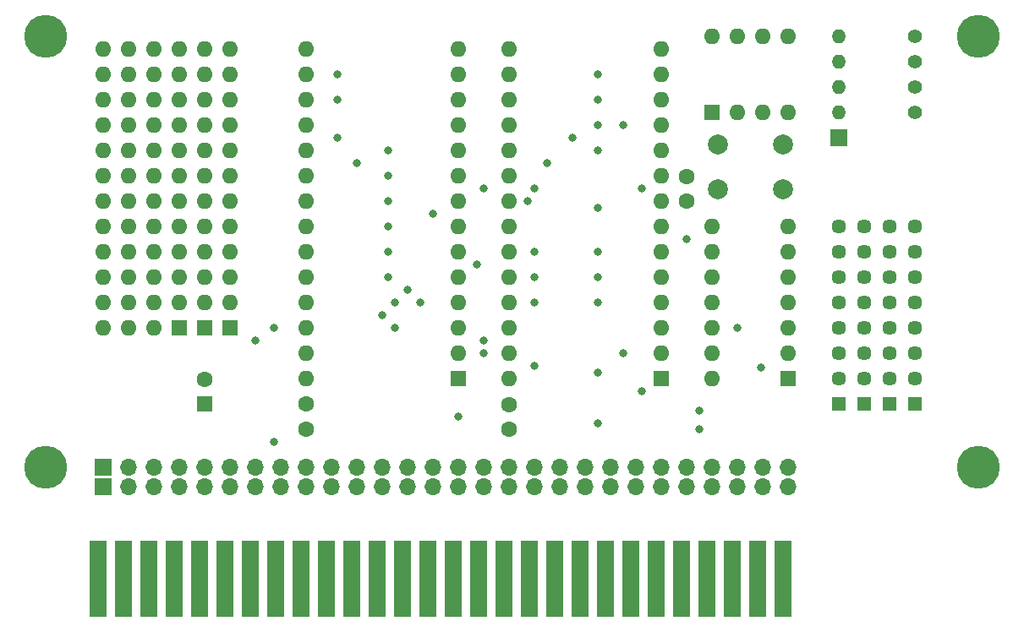
<source format=gbs>
G04 #@! TF.GenerationSoftware,KiCad,Pcbnew,(5.1.8)-1*
G04 #@! TF.CreationDate,2022-06-16T21:47:05+09:00*
G04 #@! TF.ProjectId,SORDM5C,534f5244-4d35-4432-9e6b-696361645f70,rev?*
G04 #@! TF.SameCoordinates,PX48ab840PY791ddc0*
G04 #@! TF.FileFunction,Soldermask,Bot*
G04 #@! TF.FilePolarity,Negative*
%FSLAX46Y46*%
G04 Gerber Fmt 4.6, Leading zero omitted, Abs format (unit mm)*
G04 Created by KiCad (PCBNEW (5.1.8)-1) date 2022-06-16 21:47:05*
%MOMM*%
%LPD*%
G01*
G04 APERTURE LIST*
%ADD10C,2.000000*%
%ADD11O,1.400000X1.400000*%
%ADD12C,1.400000*%
%ADD13C,4.300000*%
%ADD14C,1.600000*%
%ADD15O,1.600000X1.600000*%
%ADD16R,1.600000X1.600000*%
%ADD17C,1.450000*%
%ADD18R,1.450000X1.450000*%
%ADD19R,1.700000X1.700000*%
%ADD20O,1.700000X1.700000*%
%ADD21R,1.780000X7.620000*%
%ADD22C,0.800000*%
G04 APERTURE END LIST*
D10*
X76985000Y36195000D03*
X76985000Y31695000D03*
X70485000Y36195000D03*
X70485000Y31695000D03*
D11*
X82550000Y39370000D03*
D12*
X90170000Y39370000D03*
D11*
X82550000Y41910000D03*
D12*
X90170000Y41910000D03*
D11*
X82550000Y44450000D03*
D12*
X90170000Y44450000D03*
D11*
X82550000Y46990000D03*
D12*
X90170000Y46990000D03*
D13*
X3175000Y46990000D03*
X96520000Y46990000D03*
X3175000Y3810000D03*
D14*
X67310000Y32980000D03*
X67310000Y30480000D03*
D15*
X8890000Y17780000D03*
X16510000Y45720000D03*
X8890000Y20320000D03*
X16510000Y43180000D03*
X8890000Y22860000D03*
X16510000Y40640000D03*
X8890000Y25400000D03*
X16510000Y38100000D03*
X8890000Y27940000D03*
X16510000Y35560000D03*
X8890000Y30480000D03*
X16510000Y33020000D03*
X8890000Y33020000D03*
X16510000Y30480000D03*
X8890000Y35560000D03*
X16510000Y27940000D03*
X8890000Y38100000D03*
X16510000Y25400000D03*
X8890000Y40640000D03*
X16510000Y22860000D03*
X8890000Y43180000D03*
X16510000Y20320000D03*
X8890000Y45720000D03*
D16*
X16510000Y17780000D03*
X19050000Y17780000D03*
D15*
X11430000Y45720000D03*
X19050000Y20320000D03*
X11430000Y43180000D03*
X19050000Y22860000D03*
X11430000Y40640000D03*
X19050000Y25400000D03*
X11430000Y38100000D03*
X19050000Y27940000D03*
X11430000Y35560000D03*
X19050000Y30480000D03*
X11430000Y33020000D03*
X19050000Y33020000D03*
X11430000Y30480000D03*
X19050000Y35560000D03*
X11430000Y27940000D03*
X19050000Y38100000D03*
X11430000Y25400000D03*
X19050000Y40640000D03*
X11430000Y22860000D03*
X19050000Y43180000D03*
X11430000Y20320000D03*
X19050000Y45720000D03*
X11430000Y17780000D03*
X13970000Y17780000D03*
X21590000Y45720000D03*
X13970000Y20320000D03*
X21590000Y43180000D03*
X13970000Y22860000D03*
X21590000Y40640000D03*
X13970000Y25400000D03*
X21590000Y38100000D03*
X13970000Y27940000D03*
X21590000Y35560000D03*
X13970000Y30480000D03*
X21590000Y33020000D03*
X13970000Y33020000D03*
X21590000Y30480000D03*
X13970000Y35560000D03*
X21590000Y27940000D03*
X13970000Y38100000D03*
X21590000Y25400000D03*
X13970000Y40640000D03*
X21590000Y22860000D03*
X13970000Y43180000D03*
X21590000Y20320000D03*
X13970000Y45720000D03*
D16*
X21590000Y17780000D03*
D17*
X90170000Y27940000D03*
X90170000Y25400000D03*
X90170000Y22860000D03*
X90170000Y20320000D03*
X90170000Y17780000D03*
X90170000Y15240000D03*
X90170000Y12700000D03*
D18*
X90170000Y10160000D03*
X87630000Y10160000D03*
D17*
X87630000Y12700000D03*
X87630000Y15240000D03*
X87630000Y17780000D03*
X87630000Y20320000D03*
X87630000Y22860000D03*
X87630000Y25400000D03*
X87630000Y27940000D03*
D18*
X85090000Y10160000D03*
D17*
X85090000Y12700000D03*
X85090000Y15240000D03*
X85090000Y17780000D03*
X85090000Y20320000D03*
X85090000Y22860000D03*
X85090000Y25400000D03*
X85090000Y27940000D03*
X82550000Y27940000D03*
X82550000Y25400000D03*
X82550000Y22860000D03*
X82550000Y20320000D03*
X82550000Y17780000D03*
X82550000Y15240000D03*
X82550000Y12700000D03*
D18*
X82550000Y10160000D03*
D13*
X96520000Y3810000D03*
D19*
X82550000Y36830000D03*
D20*
X77470000Y3810000D03*
X74930000Y3810000D03*
X72390000Y3810000D03*
X69850000Y3810000D03*
X67310000Y3810000D03*
X64770000Y3810000D03*
X62230000Y3810000D03*
X59690000Y3810000D03*
X57150000Y3810000D03*
X54610000Y3810000D03*
X52070000Y3810000D03*
X49530000Y3810000D03*
X46990000Y3810000D03*
X44450000Y3810000D03*
X41910000Y3810000D03*
X39370000Y3810000D03*
X36830000Y3810000D03*
X34290000Y3810000D03*
X31750000Y3810000D03*
X29210000Y3810000D03*
X26670000Y3810000D03*
X24130000Y3810000D03*
X21590000Y3810000D03*
X19050000Y3810000D03*
X16510000Y3810000D03*
X13970000Y3810000D03*
X11430000Y3810000D03*
D19*
X8890000Y3810000D03*
D20*
X77470000Y1905000D03*
X74930000Y1905000D03*
X72390000Y1905000D03*
X69850000Y1905000D03*
X67310000Y1905000D03*
X64770000Y1905000D03*
X62230000Y1905000D03*
X59690000Y1905000D03*
X57150000Y1905000D03*
X54610000Y1905000D03*
X52070000Y1905000D03*
X49530000Y1905000D03*
X46990000Y1905000D03*
X44450000Y1905000D03*
X41910000Y1905000D03*
X39370000Y1905000D03*
X36830000Y1905000D03*
X34290000Y1905000D03*
X31750000Y1905000D03*
X29210000Y1905000D03*
X26670000Y1905000D03*
X24130000Y1905000D03*
X21590000Y1905000D03*
X19050000Y1905000D03*
X16510000Y1905000D03*
X13970000Y1905000D03*
X11430000Y1905000D03*
D19*
X8890000Y1905000D03*
D15*
X69850000Y46990000D03*
X77470000Y39370000D03*
X72390000Y46990000D03*
X74930000Y39370000D03*
X74930000Y46990000D03*
X72390000Y39370000D03*
X77470000Y46990000D03*
D16*
X69850000Y39370000D03*
D15*
X69850000Y12700000D03*
X77470000Y27940000D03*
X69850000Y15240000D03*
X77470000Y25400000D03*
X69850000Y17780000D03*
X77470000Y22860000D03*
X69850000Y20320000D03*
X77470000Y20320000D03*
X69850000Y22860000D03*
X77470000Y17780000D03*
X69850000Y25400000D03*
X77470000Y15240000D03*
X69850000Y27940000D03*
D16*
X77470000Y12700000D03*
D15*
X29210000Y12700000D03*
X44450000Y45720000D03*
X29210000Y15240000D03*
X44450000Y43180000D03*
X29210000Y17780000D03*
X44450000Y40640000D03*
X29210000Y20320000D03*
X44450000Y38100000D03*
X29210000Y22860000D03*
X44450000Y35560000D03*
X29210000Y25400000D03*
X44450000Y33020000D03*
X29210000Y27940000D03*
X44450000Y30480000D03*
X29210000Y30480000D03*
X44450000Y27940000D03*
X29210000Y33020000D03*
X44450000Y25400000D03*
X29210000Y35560000D03*
X44450000Y22860000D03*
X29210000Y38100000D03*
X44450000Y20320000D03*
X29210000Y40640000D03*
X44450000Y17780000D03*
X29210000Y43180000D03*
X44450000Y15240000D03*
X29210000Y45720000D03*
D16*
X44450000Y12700000D03*
D15*
X49530000Y12700000D03*
X64770000Y45720000D03*
X49530000Y15240000D03*
X64770000Y43180000D03*
X49530000Y17780000D03*
X64770000Y40640000D03*
X49530000Y20320000D03*
X64770000Y38100000D03*
X49530000Y22860000D03*
X64770000Y35560000D03*
X49530000Y25400000D03*
X64770000Y33020000D03*
X49530000Y27940000D03*
X64770000Y30480000D03*
X49530000Y30480000D03*
X64770000Y27940000D03*
X49530000Y33020000D03*
X64770000Y25400000D03*
X49530000Y35560000D03*
X64770000Y22860000D03*
X49530000Y38100000D03*
X64770000Y20320000D03*
X49530000Y40640000D03*
X64770000Y17780000D03*
X49530000Y43180000D03*
X64770000Y15240000D03*
X49530000Y45720000D03*
D16*
X64770000Y12700000D03*
D21*
X8382000Y-7366000D03*
X10922000Y-7366000D03*
X13462000Y-7366000D03*
X16002000Y-7366000D03*
X18542000Y-7366000D03*
X21082000Y-7366000D03*
X23622000Y-7366000D03*
X26162000Y-7366000D03*
X28702000Y-7366000D03*
X31242000Y-7366000D03*
X33782000Y-7366000D03*
X36322000Y-7366000D03*
X38862000Y-7366000D03*
X41402000Y-7366000D03*
X43942000Y-7366000D03*
X46482000Y-7366000D03*
X49022000Y-7366000D03*
X51562000Y-7366000D03*
X54102000Y-7366000D03*
X56642000Y-7366000D03*
X59182000Y-7366000D03*
X61722000Y-7366000D03*
X64262000Y-7366000D03*
X66802000Y-7366000D03*
X69342000Y-7366000D03*
X71882000Y-7366000D03*
X74422000Y-7366000D03*
X76962000Y-7366000D03*
D14*
X49530000Y7620000D03*
X49530000Y10120000D03*
X29210000Y7660000D03*
X29210000Y10160000D03*
X19050000Y12660000D03*
D16*
X19050000Y10160000D03*
D22*
X58420000Y43180000D03*
X58420000Y40640000D03*
X58420000Y38100000D03*
X58420000Y25400000D03*
X58420000Y22860000D03*
X58420000Y20320000D03*
X58420000Y13335000D03*
X58420000Y35560000D03*
X32385000Y40640000D03*
X32385000Y43180000D03*
X38100000Y20320000D03*
X37465000Y22860000D03*
X37465000Y25400000D03*
X37465000Y27940000D03*
X37465000Y30480000D03*
X37465000Y33020000D03*
X37465000Y35560000D03*
X24130000Y16510000D03*
X46990000Y16510000D03*
X52070000Y25400000D03*
X52070000Y22860000D03*
X52070000Y20320000D03*
X44450000Y8890000D03*
X58420000Y8255000D03*
X58420000Y29845000D03*
X32385000Y36830000D03*
X34290000Y34290000D03*
X36830000Y19050000D03*
X39370000Y21590000D03*
X41910000Y29210000D03*
X46355000Y24130000D03*
X46990000Y15240000D03*
X26035000Y6350000D03*
X26035000Y17780000D03*
X68580000Y9525000D03*
X52069996Y13970000D03*
X68580000Y7620000D03*
X62865000Y11430000D03*
X38100000Y17780000D03*
X40640000Y20320000D03*
X51435000Y30479994D03*
X53340000Y34290000D03*
X55880000Y36830000D03*
X67310000Y26670000D03*
X72390000Y17780000D03*
X60960000Y15240000D03*
X60960000Y38100000D03*
X74785001Y13825001D03*
X46990000Y31750000D03*
X52070000Y31750000D03*
X62865000Y31750000D03*
M02*

</source>
